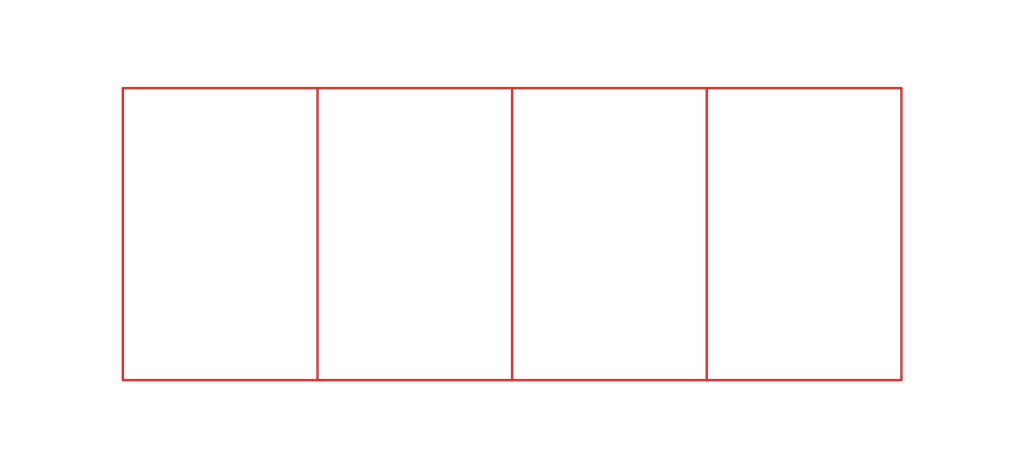
<source format=kicad_pcb>
(kicad_pcb
	(version 20240108)
	(generator "pcbnew")
	(generator_version "8.0")
	(general
		(thickness 1.6)
		(legacy_teardrops no)
	)
	(paper "A4")
	(layers
		(0 "F.Cu" signal)
		(31 "B.Cu" signal)
		(32 "B.Adhes" user "B.Adhesive")
		(33 "F.Adhes" user "F.Adhesive")
		(34 "B.Paste" user)
		(35 "F.Paste" user)
		(36 "B.SilkS" user "B.Silkscreen")
		(37 "F.SilkS" user "F.Silkscreen")
		(38 "B.Mask" user)
		(39 "F.Mask" user)
		(40 "Dwgs.User" user "User.Drawings")
		(41 "Cmts.User" user "User.Comments")
		(42 "Eco1.User" user "User.Eco1")
		(43 "Eco2.User" user "User.Eco2")
		(44 "Edge.Cuts" user)
		(45 "Margin" user)
		(46 "B.CrtYd" user "B.Courtyard")
		(47 "F.CrtYd" user "F.Courtyard")
		(48 "B.Fab" user)
		(49 "F.Fab" user)
		(50 "User.1" user)
		(51 "User.2" user)
		(52 "User.3" user)
		(53 "User.4" user)
		(54 "User.5" user)
		(55 "User.6" user)
		(56 "User.7" user)
		(57 "User.8" user)
		(58 "User.9" user)
	)
	(setup
		(pad_to_mask_clearance 0)
		(allow_soldermask_bridges_in_footprints no)
		(pcbplotparams
			(layerselection 0x00010fc_ffffffff)
			(plot_on_all_layers_selection 0x0000000_00000000)
			(disableapertmacros no)
			(usegerberextensions no)
			(usegerberattributes yes)
			(usegerberadvancedattributes yes)
			(creategerberjobfile yes)
			(dashed_line_dash_ratio 12.000000)
			(dashed_line_gap_ratio 3.000000)
			(svgprecision 4)
			(plotframeref no)
			(viasonmask no)
			(mode 1)
			(useauxorigin no)
			(hpglpennumber 1)
			(hpglpenspeed 20)
			(hpglpendiameter 15.000000)
			(pdf_front_fp_property_popups yes)
			(pdf_back_fp_property_popups yes)
			(dxfpolygonmode yes)
			(dxfimperialunits yes)
			(dxfusepcbnewfont yes)
			(psnegative no)
			(psa4output no)
			(plotreference yes)
			(plotvalue yes)
			(plotfptext yes)
			(plotinvisibletext no)
			(sketchpadsonfab no)
			(subtractmaskfromsilk no)
			(outputformat 1)
			(mirror no)
			(drillshape 1)
			(scaleselection 1)
			(outputdirectory "")
		)
	)
	(net 0 "")
	(gr_line
		(start 161 102)
		(end 145 102)
		(stroke
			(width 0.2)
			(type default)
		)
		(layer "F.Cu")
		(uuid "0119dae6-e9fa-4cce-a480-ed6ce5a57ab3")
	)
	(gr_line
		(start 129 78)
		(end 129 102)
		(stroke
			(width 0.2)
			(type default)
		)
		(layer "F.Cu")
		(uuid "061dd64b-cc9e-4cfc-9671-36d372c559cb")
	)
	(gr_line
		(start 129 102)
		(end 113 102)
		(stroke
			(width 0.2)
			(type default)
		)
		(layer "F.Cu")
		(uuid "280bdf22-144b-416f-99ed-504c09de5c54")
	)
	(gr_line
		(start 145 78)
		(end 161 78)
		(stroke
			(width 0.2)
			(type default)
		)
		(layer "F.Cu")
		(uuid "31d7083f-5ccf-41d1-b68a-a2d86a2ae5ed")
	)
	(gr_line
		(start 177 102)
		(end 161 102)
		(stroke
			(width 0.2)
			(type default)
		)
		(layer "F.Cu")
		(uuid "43ca1386-620e-41d7-a649-075cfd61b3d8")
	)
	(gr_line
		(start 145 78)
		(end 145 102)
		(stroke
			(width 0.2)
			(type default)
		)
		(layer "F.Cu")
		(uuid "67e11f6a-7d2d-4b41-b10f-03f399f60056")
	)
	(gr_line
		(start 145 102)
		(end 129 102)
		(stroke
			(width 0.2)
			(type default)
		)
		(layer "F.Cu")
		(uuid "9b6afea3-7621-4720-b0c3-0fa8ce2d27f0")
	)
	(gr_line
		(start 161 78)
		(end 177 78)
		(stroke
			(width 0.2)
			(type default)
		)
		(layer "F.Cu")
		(uuid "afb617cc-54c6-4dd0-a94a-b4b8079d725c")
	)
	(gr_line
		(start 129 78)
		(end 145 78)
		(stroke
			(width 0.2)
			(type default)
		)
		(layer "F.Cu")
		(uuid "c3ce2398-75e8-4d7a-a859-779840d7e57b")
	)
	(gr_line
		(start 113 78)
		(end 129 78)
		(stroke
			(width 0.2)
			(type default)
		)
		(layer "F.Cu")
		(uuid "d7d82f12-1ea5-4fc5-b58c-c4df394b63b1")
	)
	(gr_line
		(start 161 78)
		(end 161 102)
		(stroke
			(width 0.2)
			(type default)
		)
		(layer "F.Cu")
		(uuid "f1c0f3e2-54f7-4e36-978b-deafec79a18c")
	)
	(gr_line
		(start 113 102)
		(end 113 78)
		(stroke
			(width 0.2)
			(type default)
		)
		(layer "F.Cu")
		(uuid "f2e78016-1cba-40fb-92b4-6cea1b0767a9")
	)
	(gr_line
		(start 177 78)
		(end 177 102)
		(stroke
			(width 0.2)
			(type default)
		)
		(layer "F.Cu")
		(uuid "f78df798-9146-487d-be5a-a62210fcbbb3")
	)
	(gr_circle
		(center 167 80)
		(end 168 80)
		(stroke
			(width 0.2)
			(type default)
		)
		(fill none)
		(layer "Dwgs.User")
		(uuid "0174bd48-756d-4be2-a51d-cb596e1723e4")
	)
	(gr_circle
		(center 119 80)
		(end 120 80)
		(stroke
			(width 0.2)
			(type default)
		)
		(fill none)
		(layer "Dwgs.User")
		(uuid "0184b18b-2ffa-444c-b60b-66681ba42363")
	)
	(gr_line
		(start 111 103)
		(end 111 98)
		(stroke
			(width 0.2)
			(type default)
		)
		(layer "Dwgs.User")
		(uuid "08b2660d-1dab-466f-9f12-65078d50cda6")
	)
	(gr_line
		(start 111 77)
		(end 103 77)
		(stroke
			(width 0.2)
			(type default)
		)
		(layer "Dwgs.User")
		(uuid "0c66565d-4a13-41b5-9c2c-aee313aa2aa9")
	)
	(gr_arc
		(start 182 83)
		(mid 181 82)
		(end 182 81)
		(stroke
			(width 0.2)
			(type default)
		)
		(layer "Dwgs.User")
		(uuid "1b8fb74a-1a3c-4aaa-8fca-b95cff33687d")
	)
	(gr_line
		(start 177 78)
		(end 177 82)
		(stroke
			(width 0.2)
			(type default)
		)
		(layer "Dwgs.User")
		(uuid "1d00a022-6a9f-4001-828a-a291d20dd7e6")
	)
	(gr_circle
		(center 135 80)
		(end 136 80)
		(stroke
			(width 0.2)
			(type default)
		)
		(fill none)
		(layer "Dwgs.User")
		(uuid "23eba5e1-6124-47c5-a3f2-e191d4282d01")
	)
	(gr_line
		(start 103 103)
		(end 111 103)
		(stroke
			(width 0.2)
			(type default)
		)
		(layer "Dwgs.User")
		(uuid "27ebc8af-f322-4f01-94bc-fead7235d0f5")
	)
	(gr_circle
		(center 171 80)
		(end 172 80)
		(stroke
			(width 0.2)
			(type default)
		)
		(fill none)
		(layer "Dwgs.User")
		(uuid "2c76a928-e963-4b9f-ae5e-ac14370df45c")
	)
	(gr_line
		(start 177 77)
		(end 179 77)
		(stroke
			(width 0.2)
			(type default)
		)
		(layer "Dwgs.User")
		(uuid "2e46228e-8dc1-4800-8541-86a50549c4c8")
	)
	(gr_line
		(start 177 103)
		(end 177 102)
		(stroke
			(width 0.2)
			(type default)
		)
		(layer "Dwgs.User")
		(uuid "30184f65-b6df-40c1-bc12-d54621abd1ac")
	)
	(gr_line
		(start 113 98)
		(end 177 98)
		(stroke
			(width 0.2)
			(type default)
		)
		(layer "Dwgs.User")
		(uuid "347b68a7-5776-4e0f-9788-6c9dbba7ffd9")
	)
	(gr_line
		(start 111 98)
		(end 113 98)
		(stroke
			(width 0.2)
			(type default)
		)
		(layer "Dwgs.User")
		(uuid "370b0b99-00bd-4798-97d7-17afd399537a")
	)
	(gr_line
		(start 113 103)
		(end 111 103)
		(stroke
			(width 0.2)
			(type default)
		)
		(layer "Dwgs.User")
		(uuid "3e17955e-d6fb-4592-b7a0-cfaf28faa7f2")
	)
	(gr_circle
		(center 139 100)
		(end 140 100)
		(stroke
			(width 0.2)
			(type default)
		)
		(fill none)
		(layer "Dwgs.User")
		(uuid "4166ec2d-ecb8-4727-9d89-0e9eb9037c88")
	)
	(gr_circle
		(center 163 80)
		(end 164 80)
		(stroke
			(width 0.2)
			(type default)
		)
		(fill none)
		(layer "Dwgs.User")
		(uuid "458c6b5a-ac1e-437c-9d6e-2bfc1188633c")
	)
	(gr_line
		(start 113 78)
		(end 113 77)
		(stroke
			(width 0.2)
			(type default)
		)
		(layer "Dwgs.User")
		(uuid "47ad9f89-2314-4b50-8290-9b94f8dc1254")
	)
	(gr_circle
		(center 143 80)
		(end 144 80)
		(stroke
			(width 0.2)
			(type default)
		)
		(fill none)
		(layer "Dwgs.User")
		(uuid "4b07501f-a859-4309-9693-f4eb98d40ef2")
	)
	(gr_line
		(start 177 98)
		(end 177 102)
		(stroke
			(width 0.2)
			(type default)
		)
		(layer "Dwgs.User")
		(uuid "54f03afa-0201-4402-843e-eae0956b294b")
	)
	(gr_line
		(start 113 102)
		(end 113 103)
		(stroke
			(width 0.2)
			(type default)
		)
		(layer "Dwgs.User")
		(uuid "58b27b95-3607-469d-ac1a-87b739242fb4")
	)
	(gr_circle
		(center 135 100)
		(end 136 100)
		(stroke
			(width 0.2)
			(type default)
		)
		(fill none)
		(layer "Dwgs.User")
		(uuid "6086f4e9-6775-4366-aeba-8215b7950486")
	)
	(gr_circle
		(center 171 100)
		(end 172 100)
		(stroke
			(width 0.2)
			(type default)
		)
		(fill none)
		(layer "Dwgs.User")
		(uuid "6208eba2-b46e-4ab1-89d5-30c4d7c4f90b")
	)
	(gr_line
		(start 179 98)
		(end 179 103)
		(stroke
			(width 0.2)
			(type default)
		)
		(layer "Dwgs.User")
		(uuid "631d6205-3f48-491f-8d6e-20c59cc78280")
	)
	(gr_circle
		(center 151 100)
		(end 152 100)
		(stroke
			(width 0.2)
			(type default)
		)
		(fill none)
		(layer "Dwgs.User")
		(uuid "64cecf82-9164-4eef-95b9-e6eb1c384e5c")
	)
	(gr_arc
		(start 184 81)
		(mid 185 82)
		(end 184 83)
		(stroke
			(width 0.2)
			(type default)
		)
		(layer "Dwgs.User")
		(uuid "67a8d19a-6920-498f-a490-26b947b36db6")
	)
	(gr_line
		(start 113 82)
		(end 111 82)
		(stroke
			(width 0.2)
			(type default)
		)
		(layer "Dwgs.User")
		(uuid "6c2ab71e-1c6d-4f2c-ae65-7402256124bd")
	)
	(gr_circle
		(center 159 100)
		(end 160 100)
		(stroke
			(width 0.2)
			(type default)
		)
		(fill none)
		(layer "Dwgs.User")
		(uuid "6da3becd-232c-42d3-9e4a-506f87fe1475")
	)
	(gr_line
		(start 182 97)
		(end 184 97)
		(stroke
			(width 0.2)
			(type default)
		)
		(layer "Dwgs.User")
		(uuid "701fec84-1e35-4783-97a0-81a80ec4530c")
	)
	(gr_line
		(start 177 102)
		(end 113 102)
		(stroke
			(width 0.2)
			(type default)
		)
		(layer "Dwgs.User")
		(uuid "7148d0d8-e000-4c60-addb-e1d423fbf93d")
	)
	(gr_circle
		(center 155 80)
		(end 156 80)
		(stroke
			(width 0.2)
			(type default)
		)
		(fill none)
		(layer "Dwgs.User")
		(uuid "734343ed-d241-4e6e-a6d5-8117086ba45b")
	)
	(gr_line
		(start 187 103)
		(end 179 103)
		(stroke
			(width 0.2)
			(type default)
		)
		(layer "Dwgs.User")
		(uuid "778e5771-527a-42d9-a4d1-0b1ffc9b2025")
	)
	(gr_line
		(start 177 98)
		(end 179 98)
		(stroke
			(width 0.2)
			(type default)
		)
		(layer "Dwgs.User")
		(uuid "7861fe5c-3169-4748-b734-d01de7b3ec57")
	)
	(gr_line
		(start 106 83)
		(end 108 83)
		(stroke
			(width 0.2)
			(type default)
		)
		(layer "Dwgs.User")
		(uuid "7862fd82-95d4-4f51-a260-b9a7975d30f5")
	)
	(gr_circle
		(center 175 80)
		(end 176 80)
		(stroke
			(width 0.2)
			(type default)
		)
		(fill none)
		(layer "Dwgs.User")
		(uuid "79aa70e6-aeda-4773-b4b8-8aac51ed17f4")
	)
	(gr_line
		(start 179 77)
		(end 179 82)
		(stroke
			(width 0.2)
			(type default)
		)
		(layer "Dwgs.User")
		(uuid "84d113bf-272d-44a7-aad0-0118db0a6a07")
	)
	(gr_circle
		(center 115 100)
		(end 116 100)
		(stroke
			(width 0.2)
			(type default)
		)
		(fill none)
		(layer "Dwgs.User")
		(uuid "857c0c4b-c67c-4ea5-b761-c27fd3a74d17")
	)
	(gr_circle
		(center 155 100)
		(end 156 100)
		(stroke
			(width 0.2)
			(type default)
		)
		(fill none)
		(layer "Dwgs.User")
		(uuid "88bc72e9-24da-463a-88bf-f1f47250d8fd")
	)
	(gr_circle
		(center 151 80)
		(end 152 80)
		(stroke
			(width 0.2)
			(type default)
		)
		(fill none)
		(layer "Dwgs.User")
		(uuid "89d8043d-ed99-4d67-8409-d74992fad41d")
	)
	(gr_arc
		(start 106 83)
		(mid 105 82)
		(end 106 81)
		(stroke
			(width 0.2)
			(type default)
		)
		(layer "Dwgs.User")
		(uuid "8c9bad58-dbd5-425f-82c8-de48a1c6e4ad")
	)
	(gr_circle
		(center 139 80)
		(end 140 80)
		(stroke
			(width 0.2)
			(type default)
		)
		(fill none)
		(layer "Dwgs.User")
		(uuid "8f584c12-cec4-4eaf-b8e1-6e35a20ba162")
	)
	(gr_line
		(start 182 81)
		(end 184 81)
		(stroke
			(width 0.2)
			(type default)
		)
		(layer "Dwgs.User")
		(uuid "9448476b-9a73-45b8-a2f7-1ff5ccd9bb8e")
	)
	(gr_line
		(start 179 103)
		(end 177 103)
		(stroke
			(width 0.2)
			(type default)
		)
		(layer "Dwgs.User")
		(uuid "990bab03-de29-4c44-8d8d-61cb1a78d1b4")
	)
	(gr_arc
		(start 108 97)
		(mid 109 98)
		(end 108 99)
		(stroke
			(width 0.2)
			(type default)
		)
		(layer "Dwgs.User")
		(uuid "990c7350-1674-4f9c-ac7f-cf9c85731fc5")
	)
	(gr_arc
		(start 182 99)
		(mid 181 98)
		(end 182 97)
		(stroke
			(width 0.2)
			(type default)
		)
		(layer "Dwgs.User")
		(uuid "99839fc0-5111-4c5c-a035-6cc62f903334")
	)
	(gr_line
		(start 111 82)
		(end 111 77)
		(stroke
			(width 0.2)
			(type default)
		)
		(layer "Dwgs.User")
		(uuid "99ee361c-cfc3-4b3c-a33e-f177c7f6ed8d")
	)
	(gr_arc
		(start 184 97)
		(mid 185 98)
		(end 184 99)
		(stroke
			(width 0.2)
			(type default)
		)
		(layer "Dwgs.User")
		(uuid "9c4d747b-7e0c-4478-8ac1-a41e3f057cdd")
	)
	(gr_line
		(start 179 103)
		(end 179 77)
		(stroke
			(width 0.2)
			(type default)
		)
		(layer "Dwgs.User")
		(uuid "9d5bd63b-84c9-46b5-a7bb-6bf85c0b0743")
	)
	(gr_line
		(start 113 82)
		(end 113 78)
		(stroke
			(width 0.2)
			(type default)
		)
		(layer "Dwgs.User")
		(uuid "9d634980-396f-422c-ab53-2f7187fd60eb")
	)
	(gr_circle
		(center 159 80)
		(end 160 80)
		(stroke
			(width 0.2)
			(type default)
		)
		(fill none)
		(layer "Dwgs.User")
		(uuid "a5fe4130-0549-4d94-9d64-31aa140e1ccd")
	)
	(gr_circle
		(center 175 100)
		(end 176 100)
		(stroke
			(width 0.2)
			(type default)
		)
		(fill none)
		(layer "Dwgs.User")
		(uuid "a770ae6d-54a4-4f22-83af-b2e5b4e8262c")
	)
	(gr_circle
		(center 127 80)
		(end 128 80)
		(stroke
			(width 0.2)
			(type default)
		)
		(fill none)
		(layer "Dwgs.User")
		(uuid "ac999244-42e4-4cd5-b7ce-825ec29eec9c")
	)
	(gr_circle
		(center 131 80)
		(end 132 80)
		(stroke
			(width 0.2)
			(type default)
		)
		(fill none)
		(layer "Dwgs.User")
		(uuid "b13cba6f-3dbc-4540-96b4-7e7f8d41df67")
	)
	(gr_circle
		(center 123 100)
		(end 124 100)
		(stroke
			(width 0.2)
			(type default)
		)
		(fill none)
		(layer "Dwgs.User")
		(uuid "b2921a98-4790-4054-8a1e-65cc73bf2aad")
	)
	(gr_circle
		(center 115 80)
		(end 116 80)
		(stroke
			(width 0.2)
			(type default)
		)
		(fill none)
		(layer "Dwgs.User")
		(uuid "b87af235-1d41-4771-920a-9bea59adab9f")
	)
	(gr_circle
		(center 143 100)
		(end 144 100)
		(stroke
			(width 0.2)
			(type default)
		)
		(fill none)
		(layer "Dwgs.User")
		(uuid "ba601ff9-3c45-48a7-bee7-7b5b861439ab")
	)
	(gr_line
		(start 111 77)
		(end 113 77)
		(stroke
			(width 0.2)
			(type default)
		)
		(layer "Dwgs.User")
		(uuid "c17fe756-36eb-427b-ac92-ec2ad3d7ce6f")
	)
	(gr_circle
		(center 119 100)
		(end 120 100)
		(stroke
			(width 0.2)
			(type default)
		)
		(fill none)
		(layer "Dwgs.User")
		(uuid "c344c3cb-60af-41cd-8b81-741cc76fd794")
	)
	(gr_line
		(start 106 99)
		(end 108 99)
		(stroke
			(width 0.2)
			(type default)
		)
		(layer "Dwgs.User")
		(uuid "c5030f18-22c9-4bbd-8344-4cca30e9ae40")
	)
	(gr_circle
		(center 123 80)
		(end 124 80)
		(stroke
			(width 0.2)
			(type default)
		)
		(fill none)
		(layer "Dwgs.User")
		(uuid "c59254fa-98e5-4277-afb2-04db669d1662")
	)
	(gr_line
		(start 177 82)
		(end 113 82)
		(stroke
			(width 0.2)
			(type default)
		)
		(layer "Dwgs.User")
		(uuid "caa8088a-03ee-402f-8c34-b9aa749b68bb")
	)
	(gr_line
		(start 182 99)
		(end 184 99)
		(stroke
			(width 0.2)
			(type default)
		)
		(layer "Dwgs.User")
		(uuid "cdf537bf-d9c8-4bc4-83a5-9a6db140722c")
	)
	(gr_circle
		(center 163 100)
		(end 164 100)
		(stroke
			(width 0.2)
			(type default)
		)
		(fill none)
		(layer "Dwgs.User")
		(uuid "ce8f5b35-b0b6-4a99-b84e-a898d8502f63")
	)
	(gr_line
		(start 103 77)
		(end 103 103)
		(stroke
			(width 0.2)
			(type default)
		)
		(layer "Dwgs.User")
		(uuid "cfed0130-4e16-40a6-baf1-456735804ff3")
	)
	(gr_line
		(start 177 77)
		(end 177 78)
		(stroke
			(width 0.2)
			(type default)
		)
		(layer "Dwgs.User")
		(uuid "d448a565-60e5-43e8-9cac-6c099284ab0c")
	)
	(gr_line
		(start 111 103)
		(end 111 77)
		(stroke
			(width 0.2)
			(type default)
		)
		(layer "Dwgs.User")
		(uuid "d59b60ee-f314-4e88-b6e0-72d1e9b33100")
	)
	(gr_line
		(start 187 77)
		(end 187 103)
		(stroke
			(width 0.2)
			(type default)
		)
		(layer "Dwgs.User")
		(uuid "d74aa342-90d2-4d76-a08b-5107849669a5")
	)
	(gr_line
		(start 179 77)
		(end 187 77)
		(stroke
			(width 0.2)
			(type default)
		)
		(layer "Dwgs.User")
		(uuid "d9d37d6a-79cc-44e4-8d90-0053e3cebbc2")
	)
	(gr_line
		(start 106 81)
		(end 108 81)
		(stroke
			(width 0.2)
			(type default)
		)
		(layer "Dwgs.User")
		(uuid "d9ea63aa-93f9-4f4b-b704-5ca5cb8ddc55")
	)
	(gr_circle
		(center 147 100)
		(end 148 100)
		(stroke
			(width 0.2)
			(type default)
		)
		(fill none)
		(layer "Dwgs.User")
		(uuid "da7ec687-021c-4cac-a436-08d0169a3977")
	)
	(gr_circle
		(center 147 80)
		(end 148 80)
		(stroke
			(width 0.2)
			(type default)
		)
		(fill none)
		(layer "Dwgs.User")
		(uuid "e2fa4d7b-5c92-4fe9-9b71-02613b8b0a62")
	)
	(gr_circle
		(center 131 100)
		(end 132 100)
		(stroke
			(width 0.2)
			(type default)
		)
		(fill none)
		(layer "Dwgs.User")
		(uuid "e30174bf-ed7f-47d7-bf6c-70502d5309f1")
	)
	(gr_circle
		(center 167 100)
		(end 168 100)
		(stroke
			(width 0.2)
			(type default)
		)
		(fill none)
		(layer "Dwgs.User")
		(uuid "e5c54b1a-6793-448c-8728-b737e919827f")
	)
	(gr_line
		(start 106 97)
		(end 108 97)
		(stroke
			(width 0.2)
			(type default)
		)
		(layer "Dwgs.User")
		(uuid "e6127176-5643-42cc-80e7-749fba8c6e00")
	)
	(gr_line
		(start 113 77)
		(end 177 77)
		(stroke
			(width 0.2)
			(type default)
		)
		(layer "Dwgs.User")
		(uuid "eba5b810-62ac-4e7a-b739-1e29b25595c0")
	)
	(gr_arc
		(start 106 99)
		(mid 105 98)
		(end 106 97)
		(stroke
			(width 0.2)
			(type default)
		)
		(layer "Dwgs.User")
		(uuid "ebdfb976-8a42-47e5-9814-f7eb25741b64")
	)
	(gr_line
		(start 182 83)
		(end 184 83)
		(stroke
			(width 0.2)
			(type default)
		)
		(layer "Dwgs.User")
		(uuid "ec8bffd3-14d1-498f-818e-a2741e4ed1a7")
	)
	(gr_circle
		(center 127 100)
		(end 128 100)
		(stroke
			(width 0.2)
			(type default)
		)
		(fill none)
		(layer "Dwgs.User")
		(uuid "ee3587dc-2d7d-48b8-a89c-8de12a9e3563")
	)
	(gr_line
		(start 113 103)
		(end 177 103)
		(stroke
			(width 0.2)
			(type default)
		)
		(layer "Dwgs.User")
		(uuid "ee42ca24-9261-4341-a6eb-cbedb708ca7c")
	)
	(gr_line
		(start 113 78)
		(end 177 78)
		(stroke
			(width 0.2)
			(type default)
		)
		(layer "Dwgs.User")
		(uuid "f2ca73cd-282d-413e-afcb-f773a3651bb1")
	)
	(gr_line
		(start 113 102)
		(end 113 98)
		(stroke
			(width 0.2)
			(type default)
		)
		(layer "Dwgs.User")
		(uuid "f83173a5-7410-4b79-9cc8-b5e85f52aa6c")
	)
	(gr_arc
		(start 108 81)
		(mid 109 82)
		(end 108 83)
		(stroke
			(width 0.2)
			(type default)
		)
		(layer "Dwgs.User")
		(uuid "f9d18c1c-b96b-4be9-9ed7-a67c7036a005")
	)
	(gr_line
		(start 179 82)
		(end 177 82)
		(stroke
			(width 0.2)
			(type default)
		)
		(layer "Dwgs.User")
		(uuid "fc9fc6e2-68f7-4b4a-b920-e0e6774c1cb0")
	)
	(gr_text "1 HP"
		(at 143 72 0)
		(layer "Cmts.User")
		(uuid "37ced286-80aa-4b7f-bb7f-a629616a7c14")
		(effects
			(font
				(size 0.8 0.8)
				(thickness 0.15)
				(bold yes)
			)
			(justify bottom)
		)
	)
	(gr_text "Module width"
		(at 121 72 0)
		(layer "Cmts.User")
		(uuid "3d8b1654-e76b-4087-8e16-b03ae51690a9")
		(effects
			(font
				(size 0.8 0.8)
				(thickness 0.15)
				(bold yes)
			)
			(justify bottom)
		)
	)
	(gr_text "Module 3"
		(at 153 90 0)
		(layer "Cmts.User")
		(uuid "4b8bd835-ab0a-471c-9869-d7d94decd2c7")
		(effects
			(font
				(size 0.8 0.8)
				(thickness 0.15)
				(bold yes)
			)
			(justify bottom)
		)
	)
	(gr_text "Rail length = n * 20.32 + 5.08 mm"
		(at 145 109 0)
		(layer "Cmts.User")
		(uuid "54e56c06-4017-40e9-a52c-305bec01d88c")
		(effects
			(font
				(size 0.8 0.8)
				(thickness 0.15)
				(bold yes)
			)
			(justify bottom)
		)
	)
	(gr_text "Module 1"
		(at 121 90 0)
		(layer "Cmts.User")
		(uuid "63de42ae-fdc4-43c7-b875-7fe6b5ce78e4")
		(effects
			(font
				(size 0.8 0.8)
				(thickness 0.15)
				(bold yes)
			)
			(justify bottom)
		)
	)
	(gr_text "Module 4"
		(at 169 90 0)
		(layer "Cmts.User")
		(uuid "cd2db25d-e466-4e3f-9bdf-ab81c4f56911")
		(effects
			(font
				(size 0.8 0.8)
				(thickness 0.15)
				(bold yes)
			)
			(justify bottom)
		)
	)
	(gr_text "Module 2"
		(at 137 90 0)
		(layer "Cmts.User")
		(uuid "e07449b4-d2e7-4012-ae7b-dbf5b2852188")
		(effects
			(font
				(size 0.8 0.8)
				(thickness 0.15)
				(bold yes)
			)
			(justify bottom)
		)
	)
	(dimension
		(type aligned)
		(layer "Cmts.User")
		(uuid "1df0a385-7aba-4cac-bd5b-d435430247cf")
		(pts
			(xy 113 77) (xy 129 77)
		)
		(height -3)
		(gr_text "20.32 mm"
			(at 121 73.05 0)
			(layer "Cmts.User")
			(uuid "1df0a385-7aba-4cac-bd5b-d435430247cf")
			(effects
				(font
					(size 0.8 0.8)
					(thickness 0.15)
				)
			)
		)
		(format
			(prefix "")
			(suffix "")
			(units 3)
			(units_format 1)
			(precision 4)
			(override_value "20.32")
		)
		(style
			(thickness 0.2)
			(arrow_length 1.27)
			(text_position_mode 0)
			(extension_height 0.58642)
			(extension_offset 0.5) keep_text_aligned)
	)
	(dimension
		(type aligned)
		(layer "Cmts.User")
		(uuid "7672b54e-2ece-4e80-bcc1-9141beaed667")
		(pts
			(xy 111 103) (xy 179 103)
		)
		(height 4)
		(gr_text "86.36 mm"
			(at 145 106.05 0)
			(layer "Cmts.User")
			(uuid "7672b54e-2ece-4e80-bcc1-9141beaed667")
			(effects
				(font
					(size 0.8 0.8)
					(thickness 0.15)
				)
			)
		)
		(format
			(prefix "")
			(suffix "")
			(units 3)
			(units_format 1)
			(precision 4)
			(override_value "86.36")
		)
		(style
			(thickness 0.2)
			(arrow_length 1.27)
			(text_position_mode 0)
			(extension_height 0.58642)
			(extension_offset 0.5) keep_text_aligned)
	)
	(dimension
		(type aligned)
		(layer "Cmts.User")
		(uuid "cdcc328d-0cf6-4d30-9900-464fb2a31dea")
		(pts
			(xy 177 77) (xy 179 77)
		)
		(height -3)
		(gr_text "2.54 mm"
			(at 178 73.05 0)
			(layer "Cmts.User")
			(uuid "cdcc328d-0cf6-4d30-9900-464fb2a31dea")
			(effects
				(font
					(size 0.8 0.8)
					(thickness 0.15)
				)
			)
		)
		(format
			(prefix "")
			(suffix "")
			(units 3)
			(units_format 1)
			(precision 4)
			(override_value "2.54")
		)
		(style
			(thickness 0.2)
			(arrow_length 1.27)
			(text_position_mode 0)
			(extension_height 0.58642)
			(extension_offset 0.5) keep_text_aligned)
	)
	(dimension
		(type aligned)
		(layer "Cmts.User")
		(uuid "ed2ced9c-ed1a-4c94-a561-76ab8b514fe0")
		(pts
			(xy 141 77) (xy 145 77)
		)
		(height -3)
		(gr_text "5.08 mm"
			(at 143 73.05 0)
			(layer "Cmts.User")
			(uuid "ed2ced9c-ed1a-4c94-a561-76ab8b514fe0")
			(effects
				(font
					(size 0.8 0.8)
					(thickness 0.15)
				)
			)
		)
		(format
			(prefix "")
			(suffix "")
			(units 3)
			(units_format 1)
			(precision 4)
			(override_value "5.08")
		)
		(style
			(thickness 0.2)
			(arrow_length 1.27)
			(text_position_mode 0)
			(extension_height 0.58642)
			(extension_offset 0.5) keep_text_aligned)
	)
)

</source>
